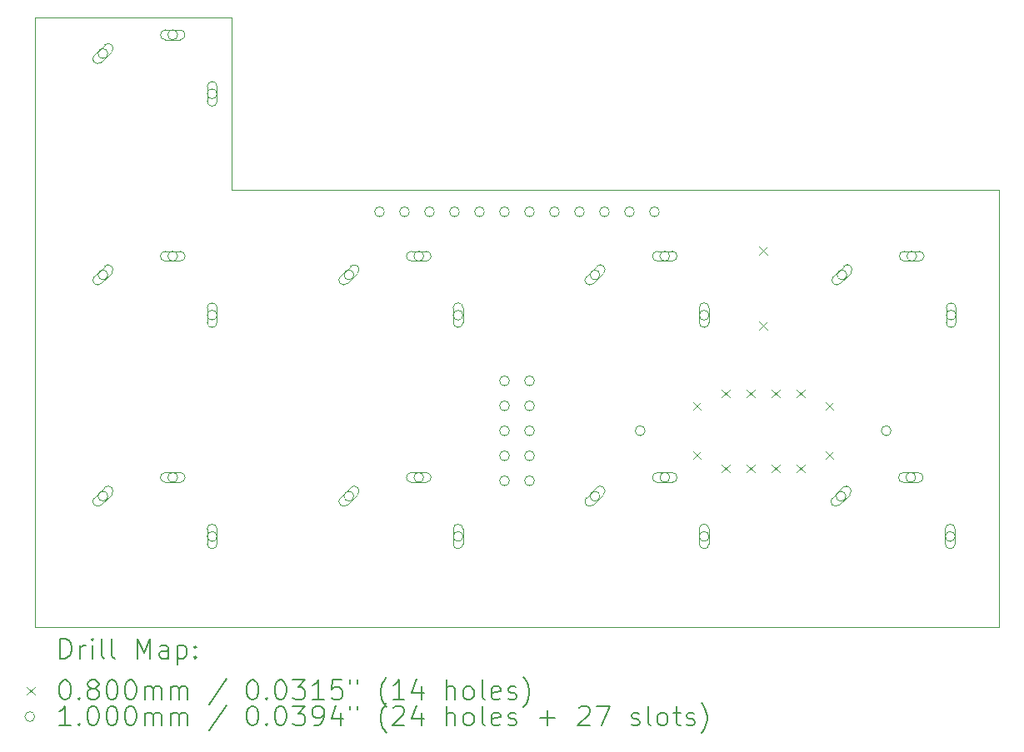
<source format=gbr>
%TF.GenerationSoftware,KiCad,Pcbnew,9.0.0*%
%TF.CreationDate,2025-03-15T23:03:34+01:00*%
%TF.ProjectId,DMH_VCO_40106_PCB_Conn_Mk2,444d485f-5643-44f5-9f34-303130365f50,1*%
%TF.SameCoordinates,Original*%
%TF.FileFunction,Drillmap*%
%TF.FilePolarity,Positive*%
%FSLAX45Y45*%
G04 Gerber Fmt 4.5, Leading zero omitted, Abs format (unit mm)*
G04 Created by KiCad (PCBNEW 9.0.0) date 2025-03-15 23:03:34*
%MOMM*%
%LPD*%
G01*
G04 APERTURE LIST*
%ADD10C,0.050000*%
%ADD11C,0.200000*%
%ADD12C,0.100000*%
G04 APERTURE END LIST*
D10*
X5100000Y-17550000D02*
X7100000Y-17550000D01*
X7100000Y-17550000D02*
X7100000Y-19300000D01*
X5100000Y-23750000D02*
X14900000Y-23750000D01*
X5100000Y-17550000D02*
X5100000Y-23750000D01*
X7100000Y-19300000D02*
X14900000Y-19300000D01*
X14900000Y-23750000D02*
X14900000Y-19300000D01*
D11*
D12*
X11785000Y-21460000D02*
X11865000Y-21540000D01*
X11865000Y-21460000D02*
X11785000Y-21540000D01*
X11785000Y-21960000D02*
X11865000Y-22040000D01*
X11865000Y-21960000D02*
X11785000Y-22040000D01*
X12080000Y-21330000D02*
X12160000Y-21410000D01*
X12160000Y-21330000D02*
X12080000Y-21410000D01*
X12080000Y-22092000D02*
X12160000Y-22172000D01*
X12160000Y-22092000D02*
X12080000Y-22172000D01*
X12334000Y-21330000D02*
X12414000Y-21410000D01*
X12414000Y-21330000D02*
X12334000Y-21410000D01*
X12334000Y-22092000D02*
X12414000Y-22172000D01*
X12414000Y-22092000D02*
X12334000Y-22172000D01*
X12460000Y-19879000D02*
X12540000Y-19959000D01*
X12540000Y-19879000D02*
X12460000Y-19959000D01*
X12460000Y-20641000D02*
X12540000Y-20721000D01*
X12540000Y-20641000D02*
X12460000Y-20721000D01*
X12588000Y-21330000D02*
X12668000Y-21410000D01*
X12668000Y-21330000D02*
X12588000Y-21410000D01*
X12588000Y-22092000D02*
X12668000Y-22172000D01*
X12668000Y-22092000D02*
X12588000Y-22172000D01*
X12842000Y-21330000D02*
X12922000Y-21410000D01*
X12922000Y-21330000D02*
X12842000Y-21410000D01*
X12842000Y-22092000D02*
X12922000Y-22172000D01*
X12922000Y-22092000D02*
X12842000Y-22172000D01*
X13135000Y-21460000D02*
X13215000Y-21540000D01*
X13215000Y-21460000D02*
X13135000Y-21540000D01*
X13135000Y-21960000D02*
X13215000Y-22040000D01*
X13215000Y-21960000D02*
X13135000Y-22040000D01*
X5840381Y-17915381D02*
G75*
G02*
X5740381Y-17915381I-50000J0D01*
G01*
X5740381Y-17915381D02*
G75*
G02*
X5840381Y-17915381I50000J0D01*
G01*
X5808059Y-17826993D02*
X5701993Y-17933059D01*
X5772703Y-18003769D02*
G75*
G02*
X5701993Y-17933059I-35355J35355D01*
G01*
X5772703Y-18003769D02*
X5878769Y-17897703D01*
X5878769Y-17897703D02*
G75*
G03*
X5808059Y-17826993I-35355J35355D01*
G01*
X5840381Y-20165381D02*
G75*
G02*
X5740381Y-20165381I-50000J0D01*
G01*
X5740381Y-20165381D02*
G75*
G02*
X5840381Y-20165381I50000J0D01*
G01*
X5808059Y-20076993D02*
X5701993Y-20183059D01*
X5772703Y-20253769D02*
G75*
G02*
X5701993Y-20183059I-35355J35355D01*
G01*
X5772703Y-20253769D02*
X5878769Y-20147703D01*
X5878769Y-20147703D02*
G75*
G03*
X5808059Y-20076993I-35355J35355D01*
G01*
X5840381Y-22415381D02*
G75*
G02*
X5740381Y-22415381I-50000J0D01*
G01*
X5740381Y-22415381D02*
G75*
G02*
X5840381Y-22415381I50000J0D01*
G01*
X5808059Y-22326993D02*
X5701993Y-22433059D01*
X5772703Y-22503769D02*
G75*
G02*
X5701993Y-22433059I-35355J35355D01*
G01*
X5772703Y-22503769D02*
X5878769Y-22397703D01*
X5878769Y-22397703D02*
G75*
G03*
X5808059Y-22326993I-35355J35355D01*
G01*
X6550000Y-17725000D02*
G75*
G02*
X6450000Y-17725000I-50000J0D01*
G01*
X6450000Y-17725000D02*
G75*
G02*
X6550000Y-17725000I50000J0D01*
G01*
X6425000Y-17775000D02*
X6575000Y-17775000D01*
X6575000Y-17675000D02*
G75*
G02*
X6575000Y-17775000I0J-50000D01*
G01*
X6575000Y-17675000D02*
X6425000Y-17675000D01*
X6425000Y-17675000D02*
G75*
G03*
X6425000Y-17775000I0J-50000D01*
G01*
X6550000Y-19975000D02*
G75*
G02*
X6450000Y-19975000I-50000J0D01*
G01*
X6450000Y-19975000D02*
G75*
G02*
X6550000Y-19975000I50000J0D01*
G01*
X6425000Y-20025000D02*
X6575000Y-20025000D01*
X6575000Y-19925000D02*
G75*
G02*
X6575000Y-20025000I0J-50000D01*
G01*
X6575000Y-19925000D02*
X6425000Y-19925000D01*
X6425000Y-19925000D02*
G75*
G03*
X6425000Y-20025000I0J-50000D01*
G01*
X6550000Y-22225000D02*
G75*
G02*
X6450000Y-22225000I-50000J0D01*
G01*
X6450000Y-22225000D02*
G75*
G02*
X6550000Y-22225000I50000J0D01*
G01*
X6425000Y-22275000D02*
X6575000Y-22275000D01*
X6575000Y-22175000D02*
G75*
G02*
X6575000Y-22275000I0J-50000D01*
G01*
X6575000Y-22175000D02*
X6425000Y-22175000D01*
X6425000Y-22175000D02*
G75*
G03*
X6425000Y-22275000I0J-50000D01*
G01*
X6950000Y-18325000D02*
G75*
G02*
X6850000Y-18325000I-50000J0D01*
G01*
X6850000Y-18325000D02*
G75*
G02*
X6950000Y-18325000I50000J0D01*
G01*
X6850000Y-18250000D02*
X6850000Y-18400000D01*
X6950000Y-18400000D02*
G75*
G02*
X6850000Y-18400000I-50000J0D01*
G01*
X6950000Y-18400000D02*
X6950000Y-18250000D01*
X6950000Y-18250000D02*
G75*
G03*
X6850000Y-18250000I-50000J0D01*
G01*
X6950000Y-20575000D02*
G75*
G02*
X6850000Y-20575000I-50000J0D01*
G01*
X6850000Y-20575000D02*
G75*
G02*
X6950000Y-20575000I50000J0D01*
G01*
X6850000Y-20500000D02*
X6850000Y-20650000D01*
X6950000Y-20650000D02*
G75*
G02*
X6850000Y-20650000I-50000J0D01*
G01*
X6950000Y-20650000D02*
X6950000Y-20500000D01*
X6950000Y-20500000D02*
G75*
G03*
X6850000Y-20500000I-50000J0D01*
G01*
X6950000Y-22825000D02*
G75*
G02*
X6850000Y-22825000I-50000J0D01*
G01*
X6850000Y-22825000D02*
G75*
G02*
X6950000Y-22825000I50000J0D01*
G01*
X6850000Y-22750000D02*
X6850000Y-22900000D01*
X6950000Y-22900000D02*
G75*
G02*
X6850000Y-22900000I-50000J0D01*
G01*
X6950000Y-22900000D02*
X6950000Y-22750000D01*
X6950000Y-22750000D02*
G75*
G03*
X6850000Y-22750000I-50000J0D01*
G01*
X8340381Y-20165381D02*
G75*
G02*
X8240381Y-20165381I-50000J0D01*
G01*
X8240381Y-20165381D02*
G75*
G02*
X8340381Y-20165381I50000J0D01*
G01*
X8308059Y-20076993D02*
X8201993Y-20183059D01*
X8272703Y-20253769D02*
G75*
G02*
X8201993Y-20183059I-35355J35355D01*
G01*
X8272703Y-20253769D02*
X8378769Y-20147703D01*
X8378769Y-20147703D02*
G75*
G03*
X8308059Y-20076993I-35355J35355D01*
G01*
X8340381Y-22415381D02*
G75*
G02*
X8240381Y-22415381I-50000J0D01*
G01*
X8240381Y-22415381D02*
G75*
G02*
X8340381Y-22415381I50000J0D01*
G01*
X8308059Y-22326993D02*
X8201993Y-22433059D01*
X8272703Y-22503769D02*
G75*
G02*
X8201993Y-22433059I-35355J35355D01*
G01*
X8272703Y-22503769D02*
X8378769Y-22397703D01*
X8378769Y-22397703D02*
G75*
G03*
X8308059Y-22326993I-35355J35355D01*
G01*
X8651000Y-19525000D02*
G75*
G02*
X8551000Y-19525000I-50000J0D01*
G01*
X8551000Y-19525000D02*
G75*
G02*
X8651000Y-19525000I50000J0D01*
G01*
X8905000Y-19525000D02*
G75*
G02*
X8805000Y-19525000I-50000J0D01*
G01*
X8805000Y-19525000D02*
G75*
G02*
X8905000Y-19525000I50000J0D01*
G01*
X9050000Y-19975000D02*
G75*
G02*
X8950000Y-19975000I-50000J0D01*
G01*
X8950000Y-19975000D02*
G75*
G02*
X9050000Y-19975000I50000J0D01*
G01*
X8925000Y-20025000D02*
X9075000Y-20025000D01*
X9075000Y-19925000D02*
G75*
G02*
X9075000Y-20025000I0J-50000D01*
G01*
X9075000Y-19925000D02*
X8925000Y-19925000D01*
X8925000Y-19925000D02*
G75*
G03*
X8925000Y-20025000I0J-50000D01*
G01*
X9050000Y-22225000D02*
G75*
G02*
X8950000Y-22225000I-50000J0D01*
G01*
X8950000Y-22225000D02*
G75*
G02*
X9050000Y-22225000I50000J0D01*
G01*
X8925000Y-22275000D02*
X9075000Y-22275000D01*
X9075000Y-22175000D02*
G75*
G02*
X9075000Y-22275000I0J-50000D01*
G01*
X9075000Y-22175000D02*
X8925000Y-22175000D01*
X8925000Y-22175000D02*
G75*
G03*
X8925000Y-22275000I0J-50000D01*
G01*
X9159000Y-19525000D02*
G75*
G02*
X9059000Y-19525000I-50000J0D01*
G01*
X9059000Y-19525000D02*
G75*
G02*
X9159000Y-19525000I50000J0D01*
G01*
X9413000Y-19525000D02*
G75*
G02*
X9313000Y-19525000I-50000J0D01*
G01*
X9313000Y-19525000D02*
G75*
G02*
X9413000Y-19525000I50000J0D01*
G01*
X9450000Y-20575000D02*
G75*
G02*
X9350000Y-20575000I-50000J0D01*
G01*
X9350000Y-20575000D02*
G75*
G02*
X9450000Y-20575000I50000J0D01*
G01*
X9350000Y-20500000D02*
X9350000Y-20650000D01*
X9450000Y-20650000D02*
G75*
G02*
X9350000Y-20650000I-50000J0D01*
G01*
X9450000Y-20650000D02*
X9450000Y-20500000D01*
X9450000Y-20500000D02*
G75*
G03*
X9350000Y-20500000I-50000J0D01*
G01*
X9450000Y-22825000D02*
G75*
G02*
X9350000Y-22825000I-50000J0D01*
G01*
X9350000Y-22825000D02*
G75*
G02*
X9450000Y-22825000I50000J0D01*
G01*
X9350000Y-22750000D02*
X9350000Y-22900000D01*
X9450000Y-22900000D02*
G75*
G02*
X9350000Y-22900000I-50000J0D01*
G01*
X9450000Y-22900000D02*
X9450000Y-22750000D01*
X9450000Y-22750000D02*
G75*
G03*
X9350000Y-22750000I-50000J0D01*
G01*
X9667000Y-19525000D02*
G75*
G02*
X9567000Y-19525000I-50000J0D01*
G01*
X9567000Y-19525000D02*
G75*
G02*
X9667000Y-19525000I50000J0D01*
G01*
X9921000Y-19525000D02*
G75*
G02*
X9821000Y-19525000I-50000J0D01*
G01*
X9821000Y-19525000D02*
G75*
G02*
X9921000Y-19525000I50000J0D01*
G01*
X9921250Y-21242000D02*
G75*
G02*
X9821250Y-21242000I-50000J0D01*
G01*
X9821250Y-21242000D02*
G75*
G02*
X9921250Y-21242000I50000J0D01*
G01*
X9921250Y-21496000D02*
G75*
G02*
X9821250Y-21496000I-50000J0D01*
G01*
X9821250Y-21496000D02*
G75*
G02*
X9921250Y-21496000I50000J0D01*
G01*
X9921250Y-21750000D02*
G75*
G02*
X9821250Y-21750000I-50000J0D01*
G01*
X9821250Y-21750000D02*
G75*
G02*
X9921250Y-21750000I50000J0D01*
G01*
X9921250Y-22004000D02*
G75*
G02*
X9821250Y-22004000I-50000J0D01*
G01*
X9821250Y-22004000D02*
G75*
G02*
X9921250Y-22004000I50000J0D01*
G01*
X9921250Y-22258000D02*
G75*
G02*
X9821250Y-22258000I-50000J0D01*
G01*
X9821250Y-22258000D02*
G75*
G02*
X9921250Y-22258000I50000J0D01*
G01*
X10175000Y-19525000D02*
G75*
G02*
X10075000Y-19525000I-50000J0D01*
G01*
X10075000Y-19525000D02*
G75*
G02*
X10175000Y-19525000I50000J0D01*
G01*
X10175250Y-21242000D02*
G75*
G02*
X10075250Y-21242000I-50000J0D01*
G01*
X10075250Y-21242000D02*
G75*
G02*
X10175250Y-21242000I50000J0D01*
G01*
X10175250Y-21496000D02*
G75*
G02*
X10075250Y-21496000I-50000J0D01*
G01*
X10075250Y-21496000D02*
G75*
G02*
X10175250Y-21496000I50000J0D01*
G01*
X10175250Y-21750000D02*
G75*
G02*
X10075250Y-21750000I-50000J0D01*
G01*
X10075250Y-21750000D02*
G75*
G02*
X10175250Y-21750000I50000J0D01*
G01*
X10175250Y-22004000D02*
G75*
G02*
X10075250Y-22004000I-50000J0D01*
G01*
X10075250Y-22004000D02*
G75*
G02*
X10175250Y-22004000I50000J0D01*
G01*
X10175250Y-22258000D02*
G75*
G02*
X10075250Y-22258000I-50000J0D01*
G01*
X10075250Y-22258000D02*
G75*
G02*
X10175250Y-22258000I50000J0D01*
G01*
X10429000Y-19525000D02*
G75*
G02*
X10329000Y-19525000I-50000J0D01*
G01*
X10329000Y-19525000D02*
G75*
G02*
X10429000Y-19525000I50000J0D01*
G01*
X10683000Y-19525000D02*
G75*
G02*
X10583000Y-19525000I-50000J0D01*
G01*
X10583000Y-19525000D02*
G75*
G02*
X10683000Y-19525000I50000J0D01*
G01*
X10840381Y-20165381D02*
G75*
G02*
X10740381Y-20165381I-50000J0D01*
G01*
X10740381Y-20165381D02*
G75*
G02*
X10840381Y-20165381I50000J0D01*
G01*
X10808059Y-20076993D02*
X10701993Y-20183059D01*
X10772703Y-20253769D02*
G75*
G02*
X10701993Y-20183059I-35355J35355D01*
G01*
X10772703Y-20253769D02*
X10878769Y-20147703D01*
X10878769Y-20147703D02*
G75*
G03*
X10808059Y-20076993I-35355J35355D01*
G01*
X10840381Y-22415381D02*
G75*
G02*
X10740381Y-22415381I-50000J0D01*
G01*
X10740381Y-22415381D02*
G75*
G02*
X10840381Y-22415381I50000J0D01*
G01*
X10808059Y-22326993D02*
X10701993Y-22433059D01*
X10772703Y-22503769D02*
G75*
G02*
X10701993Y-22433059I-35355J35355D01*
G01*
X10772703Y-22503769D02*
X10878769Y-22397703D01*
X10878769Y-22397703D02*
G75*
G03*
X10808059Y-22326993I-35355J35355D01*
G01*
X10937000Y-19525000D02*
G75*
G02*
X10837000Y-19525000I-50000J0D01*
G01*
X10837000Y-19525000D02*
G75*
G02*
X10937000Y-19525000I50000J0D01*
G01*
X11191000Y-19525000D02*
G75*
G02*
X11091000Y-19525000I-50000J0D01*
G01*
X11091000Y-19525000D02*
G75*
G02*
X11191000Y-19525000I50000J0D01*
G01*
X11300000Y-21750000D02*
G75*
G02*
X11200000Y-21750000I-50000J0D01*
G01*
X11200000Y-21750000D02*
G75*
G02*
X11300000Y-21750000I50000J0D01*
G01*
X11445000Y-19525000D02*
G75*
G02*
X11345000Y-19525000I-50000J0D01*
G01*
X11345000Y-19525000D02*
G75*
G02*
X11445000Y-19525000I50000J0D01*
G01*
X11550000Y-19975000D02*
G75*
G02*
X11450000Y-19975000I-50000J0D01*
G01*
X11450000Y-19975000D02*
G75*
G02*
X11550000Y-19975000I50000J0D01*
G01*
X11425000Y-20025000D02*
X11575000Y-20025000D01*
X11575000Y-19925000D02*
G75*
G02*
X11575000Y-20025000I0J-50000D01*
G01*
X11575000Y-19925000D02*
X11425000Y-19925000D01*
X11425000Y-19925000D02*
G75*
G03*
X11425000Y-20025000I0J-50000D01*
G01*
X11550000Y-22225000D02*
G75*
G02*
X11450000Y-22225000I-50000J0D01*
G01*
X11450000Y-22225000D02*
G75*
G02*
X11550000Y-22225000I50000J0D01*
G01*
X11425000Y-22275000D02*
X11575000Y-22275000D01*
X11575000Y-22175000D02*
G75*
G02*
X11575000Y-22275000I0J-50000D01*
G01*
X11575000Y-22175000D02*
X11425000Y-22175000D01*
X11425000Y-22175000D02*
G75*
G03*
X11425000Y-22275000I0J-50000D01*
G01*
X11950000Y-20575000D02*
G75*
G02*
X11850000Y-20575000I-50000J0D01*
G01*
X11850000Y-20575000D02*
G75*
G02*
X11950000Y-20575000I50000J0D01*
G01*
X11850000Y-20500000D02*
X11850000Y-20650000D01*
X11950000Y-20650000D02*
G75*
G02*
X11850000Y-20650000I-50000J0D01*
G01*
X11950000Y-20650000D02*
X11950000Y-20500000D01*
X11950000Y-20500000D02*
G75*
G03*
X11850000Y-20500000I-50000J0D01*
G01*
X11950000Y-22825000D02*
G75*
G02*
X11850000Y-22825000I-50000J0D01*
G01*
X11850000Y-22825000D02*
G75*
G02*
X11950000Y-22825000I50000J0D01*
G01*
X11850000Y-22750000D02*
X11850000Y-22900000D01*
X11950000Y-22900000D02*
G75*
G02*
X11850000Y-22900000I-50000J0D01*
G01*
X11950000Y-22900000D02*
X11950000Y-22750000D01*
X11950000Y-22750000D02*
G75*
G03*
X11850000Y-22750000I-50000J0D01*
G01*
X13340381Y-22415381D02*
G75*
G02*
X13240381Y-22415381I-50000J0D01*
G01*
X13240381Y-22415381D02*
G75*
G02*
X13340381Y-22415381I50000J0D01*
G01*
X13308059Y-22326993D02*
X13201993Y-22433059D01*
X13272703Y-22503769D02*
G75*
G02*
X13201993Y-22433059I-35355J35355D01*
G01*
X13272703Y-22503769D02*
X13378769Y-22397703D01*
X13378769Y-22397703D02*
G75*
G03*
X13308059Y-22326993I-35355J35355D01*
G01*
X13350000Y-20165381D02*
G75*
G02*
X13250000Y-20165381I-50000J0D01*
G01*
X13250000Y-20165381D02*
G75*
G02*
X13350000Y-20165381I50000J0D01*
G01*
X13317678Y-20076993D02*
X13211612Y-20183059D01*
X13282322Y-20253769D02*
G75*
G02*
X13211612Y-20183059I-35355J35355D01*
G01*
X13282322Y-20253769D02*
X13388388Y-20147703D01*
X13388388Y-20147703D02*
G75*
G03*
X13317678Y-20076993I-35355J35355D01*
G01*
X13800000Y-21750000D02*
G75*
G02*
X13700000Y-21750000I-50000J0D01*
G01*
X13700000Y-21750000D02*
G75*
G02*
X13800000Y-21750000I50000J0D01*
G01*
X14050000Y-22225000D02*
G75*
G02*
X13950000Y-22225000I-50000J0D01*
G01*
X13950000Y-22225000D02*
G75*
G02*
X14050000Y-22225000I50000J0D01*
G01*
X13925000Y-22275000D02*
X14075000Y-22275000D01*
X14075000Y-22175000D02*
G75*
G02*
X14075000Y-22275000I0J-50000D01*
G01*
X14075000Y-22175000D02*
X13925000Y-22175000D01*
X13925000Y-22175000D02*
G75*
G03*
X13925000Y-22275000I0J-50000D01*
G01*
X14059619Y-19975000D02*
G75*
G02*
X13959619Y-19975000I-50000J0D01*
G01*
X13959619Y-19975000D02*
G75*
G02*
X14059619Y-19975000I50000J0D01*
G01*
X13934619Y-20025000D02*
X14084619Y-20025000D01*
X14084619Y-19925000D02*
G75*
G02*
X14084619Y-20025000I0J-50000D01*
G01*
X14084619Y-19925000D02*
X13934619Y-19925000D01*
X13934619Y-19925000D02*
G75*
G03*
X13934619Y-20025000I0J-50000D01*
G01*
X14450000Y-22825000D02*
G75*
G02*
X14350000Y-22825000I-50000J0D01*
G01*
X14350000Y-22825000D02*
G75*
G02*
X14450000Y-22825000I50000J0D01*
G01*
X14350000Y-22750000D02*
X14350000Y-22900000D01*
X14450000Y-22900000D02*
G75*
G02*
X14350000Y-22900000I-50000J0D01*
G01*
X14450000Y-22900000D02*
X14450000Y-22750000D01*
X14450000Y-22750000D02*
G75*
G03*
X14350000Y-22750000I-50000J0D01*
G01*
X14459619Y-20575000D02*
G75*
G02*
X14359619Y-20575000I-50000J0D01*
G01*
X14359619Y-20575000D02*
G75*
G02*
X14459619Y-20575000I50000J0D01*
G01*
X14359619Y-20500000D02*
X14359619Y-20650000D01*
X14459619Y-20650000D02*
G75*
G02*
X14359619Y-20650000I-50000J0D01*
G01*
X14459619Y-20650000D02*
X14459619Y-20500000D01*
X14459619Y-20500000D02*
G75*
G03*
X14359619Y-20500000I-50000J0D01*
G01*
D11*
X5358277Y-24063984D02*
X5358277Y-23863984D01*
X5358277Y-23863984D02*
X5405896Y-23863984D01*
X5405896Y-23863984D02*
X5434467Y-23873508D01*
X5434467Y-23873508D02*
X5453515Y-23892555D01*
X5453515Y-23892555D02*
X5463039Y-23911603D01*
X5463039Y-23911603D02*
X5472563Y-23949698D01*
X5472563Y-23949698D02*
X5472563Y-23978269D01*
X5472563Y-23978269D02*
X5463039Y-24016365D01*
X5463039Y-24016365D02*
X5453515Y-24035412D01*
X5453515Y-24035412D02*
X5434467Y-24054460D01*
X5434467Y-24054460D02*
X5405896Y-24063984D01*
X5405896Y-24063984D02*
X5358277Y-24063984D01*
X5558277Y-24063984D02*
X5558277Y-23930650D01*
X5558277Y-23968746D02*
X5567801Y-23949698D01*
X5567801Y-23949698D02*
X5577324Y-23940174D01*
X5577324Y-23940174D02*
X5596372Y-23930650D01*
X5596372Y-23930650D02*
X5615420Y-23930650D01*
X5682086Y-24063984D02*
X5682086Y-23930650D01*
X5682086Y-23863984D02*
X5672562Y-23873508D01*
X5672562Y-23873508D02*
X5682086Y-23883031D01*
X5682086Y-23883031D02*
X5691610Y-23873508D01*
X5691610Y-23873508D02*
X5682086Y-23863984D01*
X5682086Y-23863984D02*
X5682086Y-23883031D01*
X5805896Y-24063984D02*
X5786848Y-24054460D01*
X5786848Y-24054460D02*
X5777324Y-24035412D01*
X5777324Y-24035412D02*
X5777324Y-23863984D01*
X5910658Y-24063984D02*
X5891610Y-24054460D01*
X5891610Y-24054460D02*
X5882086Y-24035412D01*
X5882086Y-24035412D02*
X5882086Y-23863984D01*
X6139229Y-24063984D02*
X6139229Y-23863984D01*
X6139229Y-23863984D02*
X6205896Y-24006841D01*
X6205896Y-24006841D02*
X6272562Y-23863984D01*
X6272562Y-23863984D02*
X6272562Y-24063984D01*
X6453515Y-24063984D02*
X6453515Y-23959222D01*
X6453515Y-23959222D02*
X6443991Y-23940174D01*
X6443991Y-23940174D02*
X6424943Y-23930650D01*
X6424943Y-23930650D02*
X6386848Y-23930650D01*
X6386848Y-23930650D02*
X6367801Y-23940174D01*
X6453515Y-24054460D02*
X6434467Y-24063984D01*
X6434467Y-24063984D02*
X6386848Y-24063984D01*
X6386848Y-24063984D02*
X6367801Y-24054460D01*
X6367801Y-24054460D02*
X6358277Y-24035412D01*
X6358277Y-24035412D02*
X6358277Y-24016365D01*
X6358277Y-24016365D02*
X6367801Y-23997317D01*
X6367801Y-23997317D02*
X6386848Y-23987793D01*
X6386848Y-23987793D02*
X6434467Y-23987793D01*
X6434467Y-23987793D02*
X6453515Y-23978269D01*
X6548753Y-23930650D02*
X6548753Y-24130650D01*
X6548753Y-23940174D02*
X6567801Y-23930650D01*
X6567801Y-23930650D02*
X6605896Y-23930650D01*
X6605896Y-23930650D02*
X6624943Y-23940174D01*
X6624943Y-23940174D02*
X6634467Y-23949698D01*
X6634467Y-23949698D02*
X6643991Y-23968746D01*
X6643991Y-23968746D02*
X6643991Y-24025888D01*
X6643991Y-24025888D02*
X6634467Y-24044936D01*
X6634467Y-24044936D02*
X6624943Y-24054460D01*
X6624943Y-24054460D02*
X6605896Y-24063984D01*
X6605896Y-24063984D02*
X6567801Y-24063984D01*
X6567801Y-24063984D02*
X6548753Y-24054460D01*
X6729705Y-24044936D02*
X6739229Y-24054460D01*
X6739229Y-24054460D02*
X6729705Y-24063984D01*
X6729705Y-24063984D02*
X6720182Y-24054460D01*
X6720182Y-24054460D02*
X6729705Y-24044936D01*
X6729705Y-24044936D02*
X6729705Y-24063984D01*
X6729705Y-23940174D02*
X6739229Y-23949698D01*
X6739229Y-23949698D02*
X6729705Y-23959222D01*
X6729705Y-23959222D02*
X6720182Y-23949698D01*
X6720182Y-23949698D02*
X6729705Y-23940174D01*
X6729705Y-23940174D02*
X6729705Y-23959222D01*
D12*
X5017500Y-24352500D02*
X5097500Y-24432500D01*
X5097500Y-24352500D02*
X5017500Y-24432500D01*
D11*
X5396372Y-24283984D02*
X5415420Y-24283984D01*
X5415420Y-24283984D02*
X5434467Y-24293508D01*
X5434467Y-24293508D02*
X5443991Y-24303031D01*
X5443991Y-24303031D02*
X5453515Y-24322079D01*
X5453515Y-24322079D02*
X5463039Y-24360174D01*
X5463039Y-24360174D02*
X5463039Y-24407793D01*
X5463039Y-24407793D02*
X5453515Y-24445888D01*
X5453515Y-24445888D02*
X5443991Y-24464936D01*
X5443991Y-24464936D02*
X5434467Y-24474460D01*
X5434467Y-24474460D02*
X5415420Y-24483984D01*
X5415420Y-24483984D02*
X5396372Y-24483984D01*
X5396372Y-24483984D02*
X5377324Y-24474460D01*
X5377324Y-24474460D02*
X5367801Y-24464936D01*
X5367801Y-24464936D02*
X5358277Y-24445888D01*
X5358277Y-24445888D02*
X5348753Y-24407793D01*
X5348753Y-24407793D02*
X5348753Y-24360174D01*
X5348753Y-24360174D02*
X5358277Y-24322079D01*
X5358277Y-24322079D02*
X5367801Y-24303031D01*
X5367801Y-24303031D02*
X5377324Y-24293508D01*
X5377324Y-24293508D02*
X5396372Y-24283984D01*
X5548753Y-24464936D02*
X5558277Y-24474460D01*
X5558277Y-24474460D02*
X5548753Y-24483984D01*
X5548753Y-24483984D02*
X5539229Y-24474460D01*
X5539229Y-24474460D02*
X5548753Y-24464936D01*
X5548753Y-24464936D02*
X5548753Y-24483984D01*
X5672562Y-24369698D02*
X5653515Y-24360174D01*
X5653515Y-24360174D02*
X5643991Y-24350650D01*
X5643991Y-24350650D02*
X5634467Y-24331603D01*
X5634467Y-24331603D02*
X5634467Y-24322079D01*
X5634467Y-24322079D02*
X5643991Y-24303031D01*
X5643991Y-24303031D02*
X5653515Y-24293508D01*
X5653515Y-24293508D02*
X5672562Y-24283984D01*
X5672562Y-24283984D02*
X5710658Y-24283984D01*
X5710658Y-24283984D02*
X5729705Y-24293508D01*
X5729705Y-24293508D02*
X5739229Y-24303031D01*
X5739229Y-24303031D02*
X5748753Y-24322079D01*
X5748753Y-24322079D02*
X5748753Y-24331603D01*
X5748753Y-24331603D02*
X5739229Y-24350650D01*
X5739229Y-24350650D02*
X5729705Y-24360174D01*
X5729705Y-24360174D02*
X5710658Y-24369698D01*
X5710658Y-24369698D02*
X5672562Y-24369698D01*
X5672562Y-24369698D02*
X5653515Y-24379222D01*
X5653515Y-24379222D02*
X5643991Y-24388746D01*
X5643991Y-24388746D02*
X5634467Y-24407793D01*
X5634467Y-24407793D02*
X5634467Y-24445888D01*
X5634467Y-24445888D02*
X5643991Y-24464936D01*
X5643991Y-24464936D02*
X5653515Y-24474460D01*
X5653515Y-24474460D02*
X5672562Y-24483984D01*
X5672562Y-24483984D02*
X5710658Y-24483984D01*
X5710658Y-24483984D02*
X5729705Y-24474460D01*
X5729705Y-24474460D02*
X5739229Y-24464936D01*
X5739229Y-24464936D02*
X5748753Y-24445888D01*
X5748753Y-24445888D02*
X5748753Y-24407793D01*
X5748753Y-24407793D02*
X5739229Y-24388746D01*
X5739229Y-24388746D02*
X5729705Y-24379222D01*
X5729705Y-24379222D02*
X5710658Y-24369698D01*
X5872562Y-24283984D02*
X5891610Y-24283984D01*
X5891610Y-24283984D02*
X5910658Y-24293508D01*
X5910658Y-24293508D02*
X5920182Y-24303031D01*
X5920182Y-24303031D02*
X5929705Y-24322079D01*
X5929705Y-24322079D02*
X5939229Y-24360174D01*
X5939229Y-24360174D02*
X5939229Y-24407793D01*
X5939229Y-24407793D02*
X5929705Y-24445888D01*
X5929705Y-24445888D02*
X5920182Y-24464936D01*
X5920182Y-24464936D02*
X5910658Y-24474460D01*
X5910658Y-24474460D02*
X5891610Y-24483984D01*
X5891610Y-24483984D02*
X5872562Y-24483984D01*
X5872562Y-24483984D02*
X5853515Y-24474460D01*
X5853515Y-24474460D02*
X5843991Y-24464936D01*
X5843991Y-24464936D02*
X5834467Y-24445888D01*
X5834467Y-24445888D02*
X5824943Y-24407793D01*
X5824943Y-24407793D02*
X5824943Y-24360174D01*
X5824943Y-24360174D02*
X5834467Y-24322079D01*
X5834467Y-24322079D02*
X5843991Y-24303031D01*
X5843991Y-24303031D02*
X5853515Y-24293508D01*
X5853515Y-24293508D02*
X5872562Y-24283984D01*
X6063039Y-24283984D02*
X6082086Y-24283984D01*
X6082086Y-24283984D02*
X6101134Y-24293508D01*
X6101134Y-24293508D02*
X6110658Y-24303031D01*
X6110658Y-24303031D02*
X6120182Y-24322079D01*
X6120182Y-24322079D02*
X6129705Y-24360174D01*
X6129705Y-24360174D02*
X6129705Y-24407793D01*
X6129705Y-24407793D02*
X6120182Y-24445888D01*
X6120182Y-24445888D02*
X6110658Y-24464936D01*
X6110658Y-24464936D02*
X6101134Y-24474460D01*
X6101134Y-24474460D02*
X6082086Y-24483984D01*
X6082086Y-24483984D02*
X6063039Y-24483984D01*
X6063039Y-24483984D02*
X6043991Y-24474460D01*
X6043991Y-24474460D02*
X6034467Y-24464936D01*
X6034467Y-24464936D02*
X6024943Y-24445888D01*
X6024943Y-24445888D02*
X6015420Y-24407793D01*
X6015420Y-24407793D02*
X6015420Y-24360174D01*
X6015420Y-24360174D02*
X6024943Y-24322079D01*
X6024943Y-24322079D02*
X6034467Y-24303031D01*
X6034467Y-24303031D02*
X6043991Y-24293508D01*
X6043991Y-24293508D02*
X6063039Y-24283984D01*
X6215420Y-24483984D02*
X6215420Y-24350650D01*
X6215420Y-24369698D02*
X6224943Y-24360174D01*
X6224943Y-24360174D02*
X6243991Y-24350650D01*
X6243991Y-24350650D02*
X6272563Y-24350650D01*
X6272563Y-24350650D02*
X6291610Y-24360174D01*
X6291610Y-24360174D02*
X6301134Y-24379222D01*
X6301134Y-24379222D02*
X6301134Y-24483984D01*
X6301134Y-24379222D02*
X6310658Y-24360174D01*
X6310658Y-24360174D02*
X6329705Y-24350650D01*
X6329705Y-24350650D02*
X6358277Y-24350650D01*
X6358277Y-24350650D02*
X6377324Y-24360174D01*
X6377324Y-24360174D02*
X6386848Y-24379222D01*
X6386848Y-24379222D02*
X6386848Y-24483984D01*
X6482086Y-24483984D02*
X6482086Y-24350650D01*
X6482086Y-24369698D02*
X6491610Y-24360174D01*
X6491610Y-24360174D02*
X6510658Y-24350650D01*
X6510658Y-24350650D02*
X6539229Y-24350650D01*
X6539229Y-24350650D02*
X6558277Y-24360174D01*
X6558277Y-24360174D02*
X6567801Y-24379222D01*
X6567801Y-24379222D02*
X6567801Y-24483984D01*
X6567801Y-24379222D02*
X6577324Y-24360174D01*
X6577324Y-24360174D02*
X6596372Y-24350650D01*
X6596372Y-24350650D02*
X6624943Y-24350650D01*
X6624943Y-24350650D02*
X6643991Y-24360174D01*
X6643991Y-24360174D02*
X6653515Y-24379222D01*
X6653515Y-24379222D02*
X6653515Y-24483984D01*
X7043991Y-24274460D02*
X6872563Y-24531603D01*
X7301134Y-24283984D02*
X7320182Y-24283984D01*
X7320182Y-24283984D02*
X7339229Y-24293508D01*
X7339229Y-24293508D02*
X7348753Y-24303031D01*
X7348753Y-24303031D02*
X7358277Y-24322079D01*
X7358277Y-24322079D02*
X7367801Y-24360174D01*
X7367801Y-24360174D02*
X7367801Y-24407793D01*
X7367801Y-24407793D02*
X7358277Y-24445888D01*
X7358277Y-24445888D02*
X7348753Y-24464936D01*
X7348753Y-24464936D02*
X7339229Y-24474460D01*
X7339229Y-24474460D02*
X7320182Y-24483984D01*
X7320182Y-24483984D02*
X7301134Y-24483984D01*
X7301134Y-24483984D02*
X7282086Y-24474460D01*
X7282086Y-24474460D02*
X7272563Y-24464936D01*
X7272563Y-24464936D02*
X7263039Y-24445888D01*
X7263039Y-24445888D02*
X7253515Y-24407793D01*
X7253515Y-24407793D02*
X7253515Y-24360174D01*
X7253515Y-24360174D02*
X7263039Y-24322079D01*
X7263039Y-24322079D02*
X7272563Y-24303031D01*
X7272563Y-24303031D02*
X7282086Y-24293508D01*
X7282086Y-24293508D02*
X7301134Y-24283984D01*
X7453515Y-24464936D02*
X7463039Y-24474460D01*
X7463039Y-24474460D02*
X7453515Y-24483984D01*
X7453515Y-24483984D02*
X7443991Y-24474460D01*
X7443991Y-24474460D02*
X7453515Y-24464936D01*
X7453515Y-24464936D02*
X7453515Y-24483984D01*
X7586848Y-24283984D02*
X7605896Y-24283984D01*
X7605896Y-24283984D02*
X7624944Y-24293508D01*
X7624944Y-24293508D02*
X7634467Y-24303031D01*
X7634467Y-24303031D02*
X7643991Y-24322079D01*
X7643991Y-24322079D02*
X7653515Y-24360174D01*
X7653515Y-24360174D02*
X7653515Y-24407793D01*
X7653515Y-24407793D02*
X7643991Y-24445888D01*
X7643991Y-24445888D02*
X7634467Y-24464936D01*
X7634467Y-24464936D02*
X7624944Y-24474460D01*
X7624944Y-24474460D02*
X7605896Y-24483984D01*
X7605896Y-24483984D02*
X7586848Y-24483984D01*
X7586848Y-24483984D02*
X7567801Y-24474460D01*
X7567801Y-24474460D02*
X7558277Y-24464936D01*
X7558277Y-24464936D02*
X7548753Y-24445888D01*
X7548753Y-24445888D02*
X7539229Y-24407793D01*
X7539229Y-24407793D02*
X7539229Y-24360174D01*
X7539229Y-24360174D02*
X7548753Y-24322079D01*
X7548753Y-24322079D02*
X7558277Y-24303031D01*
X7558277Y-24303031D02*
X7567801Y-24293508D01*
X7567801Y-24293508D02*
X7586848Y-24283984D01*
X7720182Y-24283984D02*
X7843991Y-24283984D01*
X7843991Y-24283984D02*
X7777325Y-24360174D01*
X7777325Y-24360174D02*
X7805896Y-24360174D01*
X7805896Y-24360174D02*
X7824944Y-24369698D01*
X7824944Y-24369698D02*
X7834467Y-24379222D01*
X7834467Y-24379222D02*
X7843991Y-24398269D01*
X7843991Y-24398269D02*
X7843991Y-24445888D01*
X7843991Y-24445888D02*
X7834467Y-24464936D01*
X7834467Y-24464936D02*
X7824944Y-24474460D01*
X7824944Y-24474460D02*
X7805896Y-24483984D01*
X7805896Y-24483984D02*
X7748753Y-24483984D01*
X7748753Y-24483984D02*
X7729706Y-24474460D01*
X7729706Y-24474460D02*
X7720182Y-24464936D01*
X8034467Y-24483984D02*
X7920182Y-24483984D01*
X7977325Y-24483984D02*
X7977325Y-24283984D01*
X7977325Y-24283984D02*
X7958277Y-24312555D01*
X7958277Y-24312555D02*
X7939229Y-24331603D01*
X7939229Y-24331603D02*
X7920182Y-24341127D01*
X8215420Y-24283984D02*
X8120182Y-24283984D01*
X8120182Y-24283984D02*
X8110658Y-24379222D01*
X8110658Y-24379222D02*
X8120182Y-24369698D01*
X8120182Y-24369698D02*
X8139229Y-24360174D01*
X8139229Y-24360174D02*
X8186848Y-24360174D01*
X8186848Y-24360174D02*
X8205896Y-24369698D01*
X8205896Y-24369698D02*
X8215420Y-24379222D01*
X8215420Y-24379222D02*
X8224944Y-24398269D01*
X8224944Y-24398269D02*
X8224944Y-24445888D01*
X8224944Y-24445888D02*
X8215420Y-24464936D01*
X8215420Y-24464936D02*
X8205896Y-24474460D01*
X8205896Y-24474460D02*
X8186848Y-24483984D01*
X8186848Y-24483984D02*
X8139229Y-24483984D01*
X8139229Y-24483984D02*
X8120182Y-24474460D01*
X8120182Y-24474460D02*
X8110658Y-24464936D01*
X8301134Y-24283984D02*
X8301134Y-24322079D01*
X8377325Y-24283984D02*
X8377325Y-24322079D01*
X8672563Y-24560174D02*
X8663039Y-24550650D01*
X8663039Y-24550650D02*
X8643991Y-24522079D01*
X8643991Y-24522079D02*
X8634468Y-24503031D01*
X8634468Y-24503031D02*
X8624944Y-24474460D01*
X8624944Y-24474460D02*
X8615420Y-24426841D01*
X8615420Y-24426841D02*
X8615420Y-24388746D01*
X8615420Y-24388746D02*
X8624944Y-24341127D01*
X8624944Y-24341127D02*
X8634468Y-24312555D01*
X8634468Y-24312555D02*
X8643991Y-24293508D01*
X8643991Y-24293508D02*
X8663039Y-24264936D01*
X8663039Y-24264936D02*
X8672563Y-24255412D01*
X8853515Y-24483984D02*
X8739230Y-24483984D01*
X8796372Y-24483984D02*
X8796372Y-24283984D01*
X8796372Y-24283984D02*
X8777325Y-24312555D01*
X8777325Y-24312555D02*
X8758277Y-24331603D01*
X8758277Y-24331603D02*
X8739230Y-24341127D01*
X9024944Y-24350650D02*
X9024944Y-24483984D01*
X8977325Y-24274460D02*
X8929706Y-24417317D01*
X8929706Y-24417317D02*
X9053515Y-24417317D01*
X9282087Y-24483984D02*
X9282087Y-24283984D01*
X9367801Y-24483984D02*
X9367801Y-24379222D01*
X9367801Y-24379222D02*
X9358277Y-24360174D01*
X9358277Y-24360174D02*
X9339230Y-24350650D01*
X9339230Y-24350650D02*
X9310658Y-24350650D01*
X9310658Y-24350650D02*
X9291611Y-24360174D01*
X9291611Y-24360174D02*
X9282087Y-24369698D01*
X9491611Y-24483984D02*
X9472563Y-24474460D01*
X9472563Y-24474460D02*
X9463039Y-24464936D01*
X9463039Y-24464936D02*
X9453515Y-24445888D01*
X9453515Y-24445888D02*
X9453515Y-24388746D01*
X9453515Y-24388746D02*
X9463039Y-24369698D01*
X9463039Y-24369698D02*
X9472563Y-24360174D01*
X9472563Y-24360174D02*
X9491611Y-24350650D01*
X9491611Y-24350650D02*
X9520182Y-24350650D01*
X9520182Y-24350650D02*
X9539230Y-24360174D01*
X9539230Y-24360174D02*
X9548753Y-24369698D01*
X9548753Y-24369698D02*
X9558277Y-24388746D01*
X9558277Y-24388746D02*
X9558277Y-24445888D01*
X9558277Y-24445888D02*
X9548753Y-24464936D01*
X9548753Y-24464936D02*
X9539230Y-24474460D01*
X9539230Y-24474460D02*
X9520182Y-24483984D01*
X9520182Y-24483984D02*
X9491611Y-24483984D01*
X9672563Y-24483984D02*
X9653515Y-24474460D01*
X9653515Y-24474460D02*
X9643992Y-24455412D01*
X9643992Y-24455412D02*
X9643992Y-24283984D01*
X9824944Y-24474460D02*
X9805896Y-24483984D01*
X9805896Y-24483984D02*
X9767801Y-24483984D01*
X9767801Y-24483984D02*
X9748753Y-24474460D01*
X9748753Y-24474460D02*
X9739230Y-24455412D01*
X9739230Y-24455412D02*
X9739230Y-24379222D01*
X9739230Y-24379222D02*
X9748753Y-24360174D01*
X9748753Y-24360174D02*
X9767801Y-24350650D01*
X9767801Y-24350650D02*
X9805896Y-24350650D01*
X9805896Y-24350650D02*
X9824944Y-24360174D01*
X9824944Y-24360174D02*
X9834468Y-24379222D01*
X9834468Y-24379222D02*
X9834468Y-24398269D01*
X9834468Y-24398269D02*
X9739230Y-24417317D01*
X9910658Y-24474460D02*
X9929706Y-24483984D01*
X9929706Y-24483984D02*
X9967801Y-24483984D01*
X9967801Y-24483984D02*
X9986849Y-24474460D01*
X9986849Y-24474460D02*
X9996373Y-24455412D01*
X9996373Y-24455412D02*
X9996373Y-24445888D01*
X9996373Y-24445888D02*
X9986849Y-24426841D01*
X9986849Y-24426841D02*
X9967801Y-24417317D01*
X9967801Y-24417317D02*
X9939230Y-24417317D01*
X9939230Y-24417317D02*
X9920182Y-24407793D01*
X9920182Y-24407793D02*
X9910658Y-24388746D01*
X9910658Y-24388746D02*
X9910658Y-24379222D01*
X9910658Y-24379222D02*
X9920182Y-24360174D01*
X9920182Y-24360174D02*
X9939230Y-24350650D01*
X9939230Y-24350650D02*
X9967801Y-24350650D01*
X9967801Y-24350650D02*
X9986849Y-24360174D01*
X10063039Y-24560174D02*
X10072563Y-24550650D01*
X10072563Y-24550650D02*
X10091611Y-24522079D01*
X10091611Y-24522079D02*
X10101134Y-24503031D01*
X10101134Y-24503031D02*
X10110658Y-24474460D01*
X10110658Y-24474460D02*
X10120182Y-24426841D01*
X10120182Y-24426841D02*
X10120182Y-24388746D01*
X10120182Y-24388746D02*
X10110658Y-24341127D01*
X10110658Y-24341127D02*
X10101134Y-24312555D01*
X10101134Y-24312555D02*
X10091611Y-24293508D01*
X10091611Y-24293508D02*
X10072563Y-24264936D01*
X10072563Y-24264936D02*
X10063039Y-24255412D01*
D12*
X5097500Y-24656500D02*
G75*
G02*
X4997500Y-24656500I-50000J0D01*
G01*
X4997500Y-24656500D02*
G75*
G02*
X5097500Y-24656500I50000J0D01*
G01*
D11*
X5463039Y-24747984D02*
X5348753Y-24747984D01*
X5405896Y-24747984D02*
X5405896Y-24547984D01*
X5405896Y-24547984D02*
X5386848Y-24576555D01*
X5386848Y-24576555D02*
X5367801Y-24595603D01*
X5367801Y-24595603D02*
X5348753Y-24605127D01*
X5548753Y-24728936D02*
X5558277Y-24738460D01*
X5558277Y-24738460D02*
X5548753Y-24747984D01*
X5548753Y-24747984D02*
X5539229Y-24738460D01*
X5539229Y-24738460D02*
X5548753Y-24728936D01*
X5548753Y-24728936D02*
X5548753Y-24747984D01*
X5682086Y-24547984D02*
X5701134Y-24547984D01*
X5701134Y-24547984D02*
X5720182Y-24557508D01*
X5720182Y-24557508D02*
X5729705Y-24567031D01*
X5729705Y-24567031D02*
X5739229Y-24586079D01*
X5739229Y-24586079D02*
X5748753Y-24624174D01*
X5748753Y-24624174D02*
X5748753Y-24671793D01*
X5748753Y-24671793D02*
X5739229Y-24709888D01*
X5739229Y-24709888D02*
X5729705Y-24728936D01*
X5729705Y-24728936D02*
X5720182Y-24738460D01*
X5720182Y-24738460D02*
X5701134Y-24747984D01*
X5701134Y-24747984D02*
X5682086Y-24747984D01*
X5682086Y-24747984D02*
X5663039Y-24738460D01*
X5663039Y-24738460D02*
X5653515Y-24728936D01*
X5653515Y-24728936D02*
X5643991Y-24709888D01*
X5643991Y-24709888D02*
X5634467Y-24671793D01*
X5634467Y-24671793D02*
X5634467Y-24624174D01*
X5634467Y-24624174D02*
X5643991Y-24586079D01*
X5643991Y-24586079D02*
X5653515Y-24567031D01*
X5653515Y-24567031D02*
X5663039Y-24557508D01*
X5663039Y-24557508D02*
X5682086Y-24547984D01*
X5872562Y-24547984D02*
X5891610Y-24547984D01*
X5891610Y-24547984D02*
X5910658Y-24557508D01*
X5910658Y-24557508D02*
X5920182Y-24567031D01*
X5920182Y-24567031D02*
X5929705Y-24586079D01*
X5929705Y-24586079D02*
X5939229Y-24624174D01*
X5939229Y-24624174D02*
X5939229Y-24671793D01*
X5939229Y-24671793D02*
X5929705Y-24709888D01*
X5929705Y-24709888D02*
X5920182Y-24728936D01*
X5920182Y-24728936D02*
X5910658Y-24738460D01*
X5910658Y-24738460D02*
X5891610Y-24747984D01*
X5891610Y-24747984D02*
X5872562Y-24747984D01*
X5872562Y-24747984D02*
X5853515Y-24738460D01*
X5853515Y-24738460D02*
X5843991Y-24728936D01*
X5843991Y-24728936D02*
X5834467Y-24709888D01*
X5834467Y-24709888D02*
X5824943Y-24671793D01*
X5824943Y-24671793D02*
X5824943Y-24624174D01*
X5824943Y-24624174D02*
X5834467Y-24586079D01*
X5834467Y-24586079D02*
X5843991Y-24567031D01*
X5843991Y-24567031D02*
X5853515Y-24557508D01*
X5853515Y-24557508D02*
X5872562Y-24547984D01*
X6063039Y-24547984D02*
X6082086Y-24547984D01*
X6082086Y-24547984D02*
X6101134Y-24557508D01*
X6101134Y-24557508D02*
X6110658Y-24567031D01*
X6110658Y-24567031D02*
X6120182Y-24586079D01*
X6120182Y-24586079D02*
X6129705Y-24624174D01*
X6129705Y-24624174D02*
X6129705Y-24671793D01*
X6129705Y-24671793D02*
X6120182Y-24709888D01*
X6120182Y-24709888D02*
X6110658Y-24728936D01*
X6110658Y-24728936D02*
X6101134Y-24738460D01*
X6101134Y-24738460D02*
X6082086Y-24747984D01*
X6082086Y-24747984D02*
X6063039Y-24747984D01*
X6063039Y-24747984D02*
X6043991Y-24738460D01*
X6043991Y-24738460D02*
X6034467Y-24728936D01*
X6034467Y-24728936D02*
X6024943Y-24709888D01*
X6024943Y-24709888D02*
X6015420Y-24671793D01*
X6015420Y-24671793D02*
X6015420Y-24624174D01*
X6015420Y-24624174D02*
X6024943Y-24586079D01*
X6024943Y-24586079D02*
X6034467Y-24567031D01*
X6034467Y-24567031D02*
X6043991Y-24557508D01*
X6043991Y-24557508D02*
X6063039Y-24547984D01*
X6215420Y-24747984D02*
X6215420Y-24614650D01*
X6215420Y-24633698D02*
X6224943Y-24624174D01*
X6224943Y-24624174D02*
X6243991Y-24614650D01*
X6243991Y-24614650D02*
X6272563Y-24614650D01*
X6272563Y-24614650D02*
X6291610Y-24624174D01*
X6291610Y-24624174D02*
X6301134Y-24643222D01*
X6301134Y-24643222D02*
X6301134Y-24747984D01*
X6301134Y-24643222D02*
X6310658Y-24624174D01*
X6310658Y-24624174D02*
X6329705Y-24614650D01*
X6329705Y-24614650D02*
X6358277Y-24614650D01*
X6358277Y-24614650D02*
X6377324Y-24624174D01*
X6377324Y-24624174D02*
X6386848Y-24643222D01*
X6386848Y-24643222D02*
X6386848Y-24747984D01*
X6482086Y-24747984D02*
X6482086Y-24614650D01*
X6482086Y-24633698D02*
X6491610Y-24624174D01*
X6491610Y-24624174D02*
X6510658Y-24614650D01*
X6510658Y-24614650D02*
X6539229Y-24614650D01*
X6539229Y-24614650D02*
X6558277Y-24624174D01*
X6558277Y-24624174D02*
X6567801Y-24643222D01*
X6567801Y-24643222D02*
X6567801Y-24747984D01*
X6567801Y-24643222D02*
X6577324Y-24624174D01*
X6577324Y-24624174D02*
X6596372Y-24614650D01*
X6596372Y-24614650D02*
X6624943Y-24614650D01*
X6624943Y-24614650D02*
X6643991Y-24624174D01*
X6643991Y-24624174D02*
X6653515Y-24643222D01*
X6653515Y-24643222D02*
X6653515Y-24747984D01*
X7043991Y-24538460D02*
X6872563Y-24795603D01*
X7301134Y-24547984D02*
X7320182Y-24547984D01*
X7320182Y-24547984D02*
X7339229Y-24557508D01*
X7339229Y-24557508D02*
X7348753Y-24567031D01*
X7348753Y-24567031D02*
X7358277Y-24586079D01*
X7358277Y-24586079D02*
X7367801Y-24624174D01*
X7367801Y-24624174D02*
X7367801Y-24671793D01*
X7367801Y-24671793D02*
X7358277Y-24709888D01*
X7358277Y-24709888D02*
X7348753Y-24728936D01*
X7348753Y-24728936D02*
X7339229Y-24738460D01*
X7339229Y-24738460D02*
X7320182Y-24747984D01*
X7320182Y-24747984D02*
X7301134Y-24747984D01*
X7301134Y-24747984D02*
X7282086Y-24738460D01*
X7282086Y-24738460D02*
X7272563Y-24728936D01*
X7272563Y-24728936D02*
X7263039Y-24709888D01*
X7263039Y-24709888D02*
X7253515Y-24671793D01*
X7253515Y-24671793D02*
X7253515Y-24624174D01*
X7253515Y-24624174D02*
X7263039Y-24586079D01*
X7263039Y-24586079D02*
X7272563Y-24567031D01*
X7272563Y-24567031D02*
X7282086Y-24557508D01*
X7282086Y-24557508D02*
X7301134Y-24547984D01*
X7453515Y-24728936D02*
X7463039Y-24738460D01*
X7463039Y-24738460D02*
X7453515Y-24747984D01*
X7453515Y-24747984D02*
X7443991Y-24738460D01*
X7443991Y-24738460D02*
X7453515Y-24728936D01*
X7453515Y-24728936D02*
X7453515Y-24747984D01*
X7586848Y-24547984D02*
X7605896Y-24547984D01*
X7605896Y-24547984D02*
X7624944Y-24557508D01*
X7624944Y-24557508D02*
X7634467Y-24567031D01*
X7634467Y-24567031D02*
X7643991Y-24586079D01*
X7643991Y-24586079D02*
X7653515Y-24624174D01*
X7653515Y-24624174D02*
X7653515Y-24671793D01*
X7653515Y-24671793D02*
X7643991Y-24709888D01*
X7643991Y-24709888D02*
X7634467Y-24728936D01*
X7634467Y-24728936D02*
X7624944Y-24738460D01*
X7624944Y-24738460D02*
X7605896Y-24747984D01*
X7605896Y-24747984D02*
X7586848Y-24747984D01*
X7586848Y-24747984D02*
X7567801Y-24738460D01*
X7567801Y-24738460D02*
X7558277Y-24728936D01*
X7558277Y-24728936D02*
X7548753Y-24709888D01*
X7548753Y-24709888D02*
X7539229Y-24671793D01*
X7539229Y-24671793D02*
X7539229Y-24624174D01*
X7539229Y-24624174D02*
X7548753Y-24586079D01*
X7548753Y-24586079D02*
X7558277Y-24567031D01*
X7558277Y-24567031D02*
X7567801Y-24557508D01*
X7567801Y-24557508D02*
X7586848Y-24547984D01*
X7720182Y-24547984D02*
X7843991Y-24547984D01*
X7843991Y-24547984D02*
X7777325Y-24624174D01*
X7777325Y-24624174D02*
X7805896Y-24624174D01*
X7805896Y-24624174D02*
X7824944Y-24633698D01*
X7824944Y-24633698D02*
X7834467Y-24643222D01*
X7834467Y-24643222D02*
X7843991Y-24662269D01*
X7843991Y-24662269D02*
X7843991Y-24709888D01*
X7843991Y-24709888D02*
X7834467Y-24728936D01*
X7834467Y-24728936D02*
X7824944Y-24738460D01*
X7824944Y-24738460D02*
X7805896Y-24747984D01*
X7805896Y-24747984D02*
X7748753Y-24747984D01*
X7748753Y-24747984D02*
X7729706Y-24738460D01*
X7729706Y-24738460D02*
X7720182Y-24728936D01*
X7939229Y-24747984D02*
X7977325Y-24747984D01*
X7977325Y-24747984D02*
X7996372Y-24738460D01*
X7996372Y-24738460D02*
X8005896Y-24728936D01*
X8005896Y-24728936D02*
X8024944Y-24700365D01*
X8024944Y-24700365D02*
X8034467Y-24662269D01*
X8034467Y-24662269D02*
X8034467Y-24586079D01*
X8034467Y-24586079D02*
X8024944Y-24567031D01*
X8024944Y-24567031D02*
X8015420Y-24557508D01*
X8015420Y-24557508D02*
X7996372Y-24547984D01*
X7996372Y-24547984D02*
X7958277Y-24547984D01*
X7958277Y-24547984D02*
X7939229Y-24557508D01*
X7939229Y-24557508D02*
X7929706Y-24567031D01*
X7929706Y-24567031D02*
X7920182Y-24586079D01*
X7920182Y-24586079D02*
X7920182Y-24633698D01*
X7920182Y-24633698D02*
X7929706Y-24652746D01*
X7929706Y-24652746D02*
X7939229Y-24662269D01*
X7939229Y-24662269D02*
X7958277Y-24671793D01*
X7958277Y-24671793D02*
X7996372Y-24671793D01*
X7996372Y-24671793D02*
X8015420Y-24662269D01*
X8015420Y-24662269D02*
X8024944Y-24652746D01*
X8024944Y-24652746D02*
X8034467Y-24633698D01*
X8205896Y-24614650D02*
X8205896Y-24747984D01*
X8158277Y-24538460D02*
X8110658Y-24681317D01*
X8110658Y-24681317D02*
X8234467Y-24681317D01*
X8301134Y-24547984D02*
X8301134Y-24586079D01*
X8377325Y-24547984D02*
X8377325Y-24586079D01*
X8672563Y-24824174D02*
X8663039Y-24814650D01*
X8663039Y-24814650D02*
X8643991Y-24786079D01*
X8643991Y-24786079D02*
X8634468Y-24767031D01*
X8634468Y-24767031D02*
X8624944Y-24738460D01*
X8624944Y-24738460D02*
X8615420Y-24690841D01*
X8615420Y-24690841D02*
X8615420Y-24652746D01*
X8615420Y-24652746D02*
X8624944Y-24605127D01*
X8624944Y-24605127D02*
X8634468Y-24576555D01*
X8634468Y-24576555D02*
X8643991Y-24557508D01*
X8643991Y-24557508D02*
X8663039Y-24528936D01*
X8663039Y-24528936D02*
X8672563Y-24519412D01*
X8739230Y-24567031D02*
X8748753Y-24557508D01*
X8748753Y-24557508D02*
X8767801Y-24547984D01*
X8767801Y-24547984D02*
X8815420Y-24547984D01*
X8815420Y-24547984D02*
X8834468Y-24557508D01*
X8834468Y-24557508D02*
X8843991Y-24567031D01*
X8843991Y-24567031D02*
X8853515Y-24586079D01*
X8853515Y-24586079D02*
X8853515Y-24605127D01*
X8853515Y-24605127D02*
X8843991Y-24633698D01*
X8843991Y-24633698D02*
X8729706Y-24747984D01*
X8729706Y-24747984D02*
X8853515Y-24747984D01*
X9024944Y-24614650D02*
X9024944Y-24747984D01*
X8977325Y-24538460D02*
X8929706Y-24681317D01*
X8929706Y-24681317D02*
X9053515Y-24681317D01*
X9282087Y-24747984D02*
X9282087Y-24547984D01*
X9367801Y-24747984D02*
X9367801Y-24643222D01*
X9367801Y-24643222D02*
X9358277Y-24624174D01*
X9358277Y-24624174D02*
X9339230Y-24614650D01*
X9339230Y-24614650D02*
X9310658Y-24614650D01*
X9310658Y-24614650D02*
X9291611Y-24624174D01*
X9291611Y-24624174D02*
X9282087Y-24633698D01*
X9491611Y-24747984D02*
X9472563Y-24738460D01*
X9472563Y-24738460D02*
X9463039Y-24728936D01*
X9463039Y-24728936D02*
X9453515Y-24709888D01*
X9453515Y-24709888D02*
X9453515Y-24652746D01*
X9453515Y-24652746D02*
X9463039Y-24633698D01*
X9463039Y-24633698D02*
X9472563Y-24624174D01*
X9472563Y-24624174D02*
X9491611Y-24614650D01*
X9491611Y-24614650D02*
X9520182Y-24614650D01*
X9520182Y-24614650D02*
X9539230Y-24624174D01*
X9539230Y-24624174D02*
X9548753Y-24633698D01*
X9548753Y-24633698D02*
X9558277Y-24652746D01*
X9558277Y-24652746D02*
X9558277Y-24709888D01*
X9558277Y-24709888D02*
X9548753Y-24728936D01*
X9548753Y-24728936D02*
X9539230Y-24738460D01*
X9539230Y-24738460D02*
X9520182Y-24747984D01*
X9520182Y-24747984D02*
X9491611Y-24747984D01*
X9672563Y-24747984D02*
X9653515Y-24738460D01*
X9653515Y-24738460D02*
X9643992Y-24719412D01*
X9643992Y-24719412D02*
X9643992Y-24547984D01*
X9824944Y-24738460D02*
X9805896Y-24747984D01*
X9805896Y-24747984D02*
X9767801Y-24747984D01*
X9767801Y-24747984D02*
X9748753Y-24738460D01*
X9748753Y-24738460D02*
X9739230Y-24719412D01*
X9739230Y-24719412D02*
X9739230Y-24643222D01*
X9739230Y-24643222D02*
X9748753Y-24624174D01*
X9748753Y-24624174D02*
X9767801Y-24614650D01*
X9767801Y-24614650D02*
X9805896Y-24614650D01*
X9805896Y-24614650D02*
X9824944Y-24624174D01*
X9824944Y-24624174D02*
X9834468Y-24643222D01*
X9834468Y-24643222D02*
X9834468Y-24662269D01*
X9834468Y-24662269D02*
X9739230Y-24681317D01*
X9910658Y-24738460D02*
X9929706Y-24747984D01*
X9929706Y-24747984D02*
X9967801Y-24747984D01*
X9967801Y-24747984D02*
X9986849Y-24738460D01*
X9986849Y-24738460D02*
X9996373Y-24719412D01*
X9996373Y-24719412D02*
X9996373Y-24709888D01*
X9996373Y-24709888D02*
X9986849Y-24690841D01*
X9986849Y-24690841D02*
X9967801Y-24681317D01*
X9967801Y-24681317D02*
X9939230Y-24681317D01*
X9939230Y-24681317D02*
X9920182Y-24671793D01*
X9920182Y-24671793D02*
X9910658Y-24652746D01*
X9910658Y-24652746D02*
X9910658Y-24643222D01*
X9910658Y-24643222D02*
X9920182Y-24624174D01*
X9920182Y-24624174D02*
X9939230Y-24614650D01*
X9939230Y-24614650D02*
X9967801Y-24614650D01*
X9967801Y-24614650D02*
X9986849Y-24624174D01*
X10234468Y-24671793D02*
X10386849Y-24671793D01*
X10310658Y-24747984D02*
X10310658Y-24595603D01*
X10624944Y-24567031D02*
X10634468Y-24557508D01*
X10634468Y-24557508D02*
X10653515Y-24547984D01*
X10653515Y-24547984D02*
X10701135Y-24547984D01*
X10701135Y-24547984D02*
X10720182Y-24557508D01*
X10720182Y-24557508D02*
X10729706Y-24567031D01*
X10729706Y-24567031D02*
X10739230Y-24586079D01*
X10739230Y-24586079D02*
X10739230Y-24605127D01*
X10739230Y-24605127D02*
X10729706Y-24633698D01*
X10729706Y-24633698D02*
X10615420Y-24747984D01*
X10615420Y-24747984D02*
X10739230Y-24747984D01*
X10805896Y-24547984D02*
X10939230Y-24547984D01*
X10939230Y-24547984D02*
X10853515Y-24747984D01*
X11158277Y-24738460D02*
X11177325Y-24747984D01*
X11177325Y-24747984D02*
X11215420Y-24747984D01*
X11215420Y-24747984D02*
X11234468Y-24738460D01*
X11234468Y-24738460D02*
X11243992Y-24719412D01*
X11243992Y-24719412D02*
X11243992Y-24709888D01*
X11243992Y-24709888D02*
X11234468Y-24690841D01*
X11234468Y-24690841D02*
X11215420Y-24681317D01*
X11215420Y-24681317D02*
X11186849Y-24681317D01*
X11186849Y-24681317D02*
X11167801Y-24671793D01*
X11167801Y-24671793D02*
X11158277Y-24652746D01*
X11158277Y-24652746D02*
X11158277Y-24643222D01*
X11158277Y-24643222D02*
X11167801Y-24624174D01*
X11167801Y-24624174D02*
X11186849Y-24614650D01*
X11186849Y-24614650D02*
X11215420Y-24614650D01*
X11215420Y-24614650D02*
X11234468Y-24624174D01*
X11358277Y-24747984D02*
X11339230Y-24738460D01*
X11339230Y-24738460D02*
X11329706Y-24719412D01*
X11329706Y-24719412D02*
X11329706Y-24547984D01*
X11463039Y-24747984D02*
X11443992Y-24738460D01*
X11443992Y-24738460D02*
X11434468Y-24728936D01*
X11434468Y-24728936D02*
X11424944Y-24709888D01*
X11424944Y-24709888D02*
X11424944Y-24652746D01*
X11424944Y-24652746D02*
X11434468Y-24633698D01*
X11434468Y-24633698D02*
X11443992Y-24624174D01*
X11443992Y-24624174D02*
X11463039Y-24614650D01*
X11463039Y-24614650D02*
X11491611Y-24614650D01*
X11491611Y-24614650D02*
X11510658Y-24624174D01*
X11510658Y-24624174D02*
X11520182Y-24633698D01*
X11520182Y-24633698D02*
X11529706Y-24652746D01*
X11529706Y-24652746D02*
X11529706Y-24709888D01*
X11529706Y-24709888D02*
X11520182Y-24728936D01*
X11520182Y-24728936D02*
X11510658Y-24738460D01*
X11510658Y-24738460D02*
X11491611Y-24747984D01*
X11491611Y-24747984D02*
X11463039Y-24747984D01*
X11586849Y-24614650D02*
X11663039Y-24614650D01*
X11615420Y-24547984D02*
X11615420Y-24719412D01*
X11615420Y-24719412D02*
X11624944Y-24738460D01*
X11624944Y-24738460D02*
X11643992Y-24747984D01*
X11643992Y-24747984D02*
X11663039Y-24747984D01*
X11720182Y-24738460D02*
X11739230Y-24747984D01*
X11739230Y-24747984D02*
X11777325Y-24747984D01*
X11777325Y-24747984D02*
X11796373Y-24738460D01*
X11796373Y-24738460D02*
X11805896Y-24719412D01*
X11805896Y-24719412D02*
X11805896Y-24709888D01*
X11805896Y-24709888D02*
X11796373Y-24690841D01*
X11796373Y-24690841D02*
X11777325Y-24681317D01*
X11777325Y-24681317D02*
X11748754Y-24681317D01*
X11748754Y-24681317D02*
X11729706Y-24671793D01*
X11729706Y-24671793D02*
X11720182Y-24652746D01*
X11720182Y-24652746D02*
X11720182Y-24643222D01*
X11720182Y-24643222D02*
X11729706Y-24624174D01*
X11729706Y-24624174D02*
X11748754Y-24614650D01*
X11748754Y-24614650D02*
X11777325Y-24614650D01*
X11777325Y-24614650D02*
X11796373Y-24624174D01*
X11872563Y-24824174D02*
X11882087Y-24814650D01*
X11882087Y-24814650D02*
X11901135Y-24786079D01*
X11901135Y-24786079D02*
X11910658Y-24767031D01*
X11910658Y-24767031D02*
X11920182Y-24738460D01*
X11920182Y-24738460D02*
X11929706Y-24690841D01*
X11929706Y-24690841D02*
X11929706Y-24652746D01*
X11929706Y-24652746D02*
X11920182Y-24605127D01*
X11920182Y-24605127D02*
X11910658Y-24576555D01*
X11910658Y-24576555D02*
X11901135Y-24557508D01*
X11901135Y-24557508D02*
X11882087Y-24528936D01*
X11882087Y-24528936D02*
X11872563Y-24519412D01*
M02*

</source>
